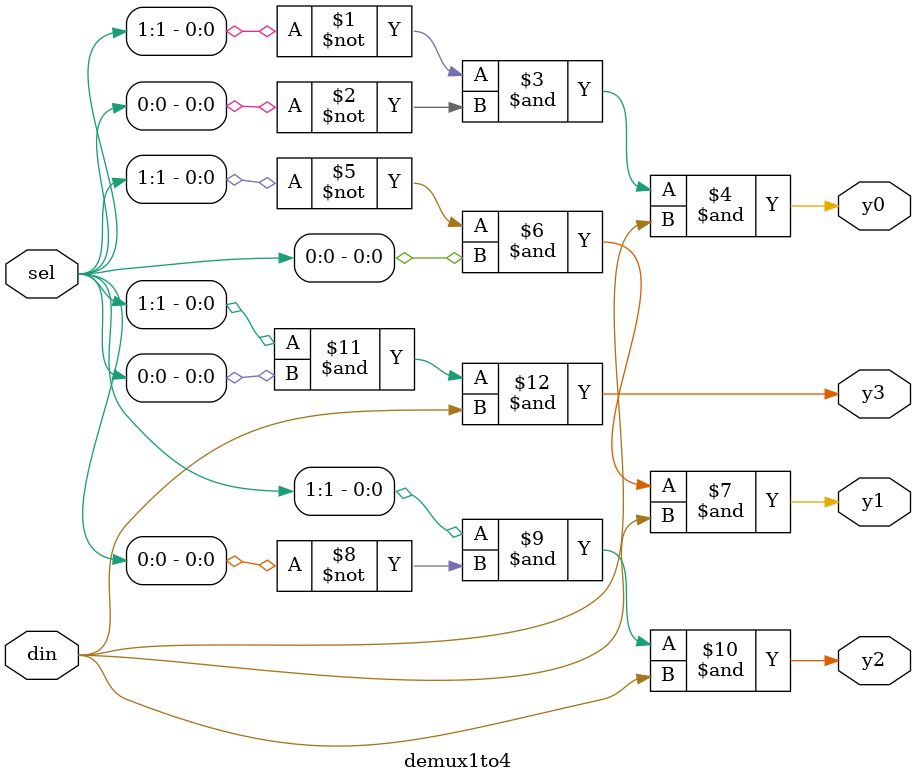
<source format=v>
module demux1to4(
    input wire din,
    input wire [1:0] sel,
    output wire y0,
    output wire y1,
    output wire y2,
    output wire y3
);

assign y0 = (~sel[1] & ~sel[0]) & din;
assign y1 = (~sel[1] &  sel[0]) & din;
assign y2 = ( sel[1] & ~sel[0]) & din;
assign y3 = ( sel[1] &  sel[0]) & din;

endmodule
</source>
